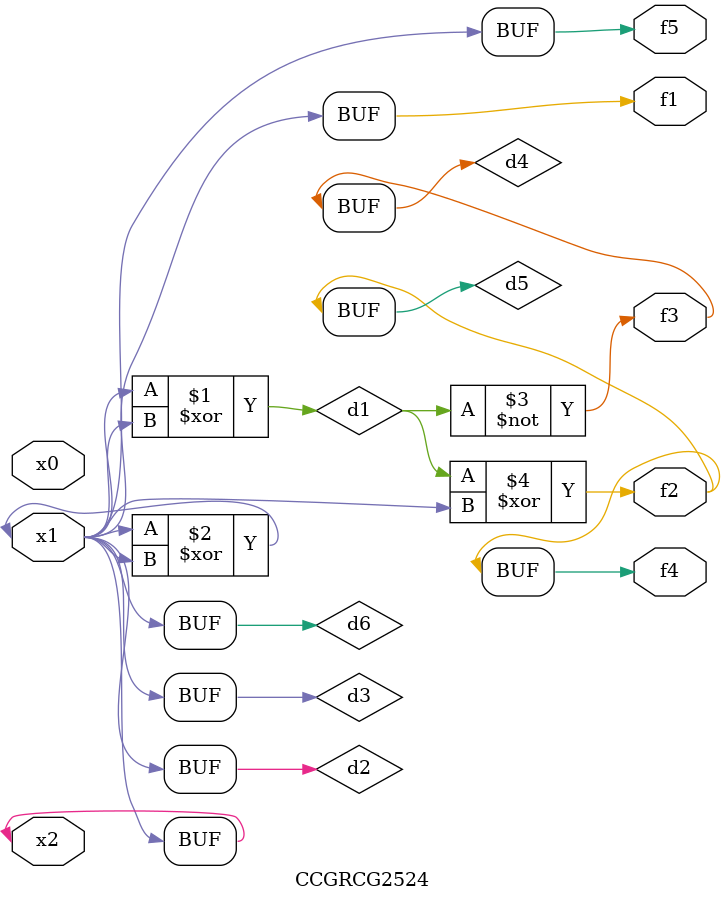
<source format=v>
module CCGRCG2524(
	input x0, x1, x2,
	output f1, f2, f3, f4, f5
);

	wire d1, d2, d3, d4, d5, d6;

	xor (d1, x1, x2);
	buf (d2, x1, x2);
	xor (d3, x1, x2);
	nor (d4, d1);
	xor (d5, d1, d2);
	buf (d6, d2, d3);
	assign f1 = d6;
	assign f2 = d5;
	assign f3 = d4;
	assign f4 = d5;
	assign f5 = d6;
endmodule

</source>
